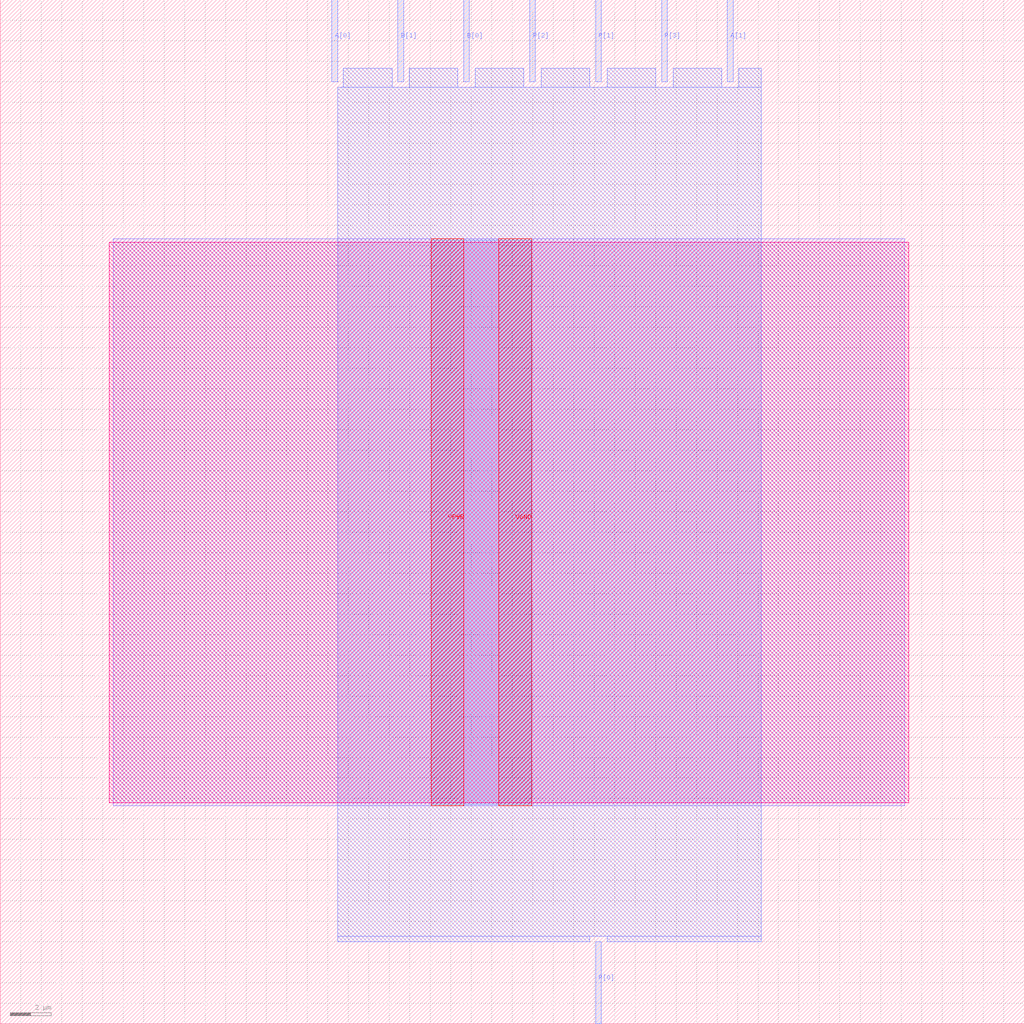
<source format=lef>
VERSION 5.7 ;
  NOWIREEXTENSIONATPIN ON ;
  DIVIDERCHAR "/" ;
  BUSBITCHARS "[]" ;
MACRO SARSANSTEPS_VENTAJA_e7
  CLASS BLOCK ;
  FOREIGN SARSANSTEPS_VENTAJA_e7 ;
  ORIGIN 0.000 0.000 ;
  SIZE 50.000 BY 50.000 ;
  PIN A[0]
    DIRECTION INPUT ;
    USE SIGNAL ;
    ANTENNAGATEAREA 0.196500 ;
    PORT
      LAYER met2 ;
        RECT 16.190 46.000 16.470 50.000 ;
    END
  END A[0]
  PIN A[1]
    DIRECTION INPUT ;
    USE SIGNAL ;
    ANTENNAGATEAREA 0.196500 ;
    PORT
      LAYER met2 ;
        RECT 35.510 46.000 35.790 50.000 ;
    END
  END A[1]
  PIN B[0]
    DIRECTION INPUT ;
    USE SIGNAL ;
    ANTENNAGATEAREA 0.196500 ;
    PORT
      LAYER met2 ;
        RECT 22.630 46.000 22.910 50.000 ;
    END
  END B[0]
  PIN B[1]
    DIRECTION INPUT ;
    USE SIGNAL ;
    ANTENNAGATEAREA 0.196500 ;
    PORT
      LAYER met2 ;
        RECT 19.410 46.000 19.690 50.000 ;
    END
  END B[1]
  PIN P[0]
    DIRECTION OUTPUT ;
    USE SIGNAL ;
    ANTENNADIFFAREA 0.445500 ;
    PORT
      LAYER met2 ;
        RECT 29.070 0.000 29.350 4.000 ;
    END
  END P[0]
  PIN P[1]
    DIRECTION OUTPUT ;
    USE SIGNAL ;
    ANTENNADIFFAREA 0.445500 ;
    PORT
      LAYER met2 ;
        RECT 29.070 46.000 29.350 50.000 ;
    END
  END P[1]
  PIN P[2]
    DIRECTION OUTPUT ;
    USE SIGNAL ;
    ANTENNADIFFAREA 0.445500 ;
    PORT
      LAYER met2 ;
        RECT 25.850 46.000 26.130 50.000 ;
    END
  END P[2]
  PIN P[3]
    DIRECTION OUTPUT ;
    USE SIGNAL ;
    ANTENNADIFFAREA 0.445500 ;
    PORT
      LAYER met2 ;
        RECT 32.290 46.000 32.570 50.000 ;
    END
  END P[3]
  PIN VGND
    DIRECTION INOUT ;
    USE GROUND ;
    PORT
      LAYER met4 ;
        RECT 24.340 10.640 25.940 38.320 ;
    END
  END VGND
  PIN VPWR
    DIRECTION INOUT ;
    USE POWER ;
    PORT
      LAYER met4 ;
        RECT 21.040 10.640 22.640 38.320 ;
    END
  END VPWR
  OBS
      LAYER nwell ;
        RECT 5.330 10.795 44.350 38.165 ;
      LAYER li1 ;
        RECT 5.520 10.795 44.160 38.165 ;
      LAYER met1 ;
        RECT 5.520 10.640 44.160 38.320 ;
      LAYER met2 ;
        RECT 16.750 45.720 19.130 46.650 ;
        RECT 19.970 45.720 22.350 46.650 ;
        RECT 23.190 45.720 25.570 46.650 ;
        RECT 26.410 45.720 28.790 46.650 ;
        RECT 29.630 45.720 32.010 46.650 ;
        RECT 32.850 45.720 35.230 46.650 ;
        RECT 36.070 45.720 37.160 46.650 ;
        RECT 16.470 4.280 37.160 45.720 ;
        RECT 16.470 4.000 28.790 4.280 ;
        RECT 29.630 4.000 37.160 4.280 ;
      LAYER met3 ;
        RECT 21.050 10.715 25.930 38.245 ;
  END
END SARSANSTEPS_VENTAJA_e7
END LIBRARY


</source>
